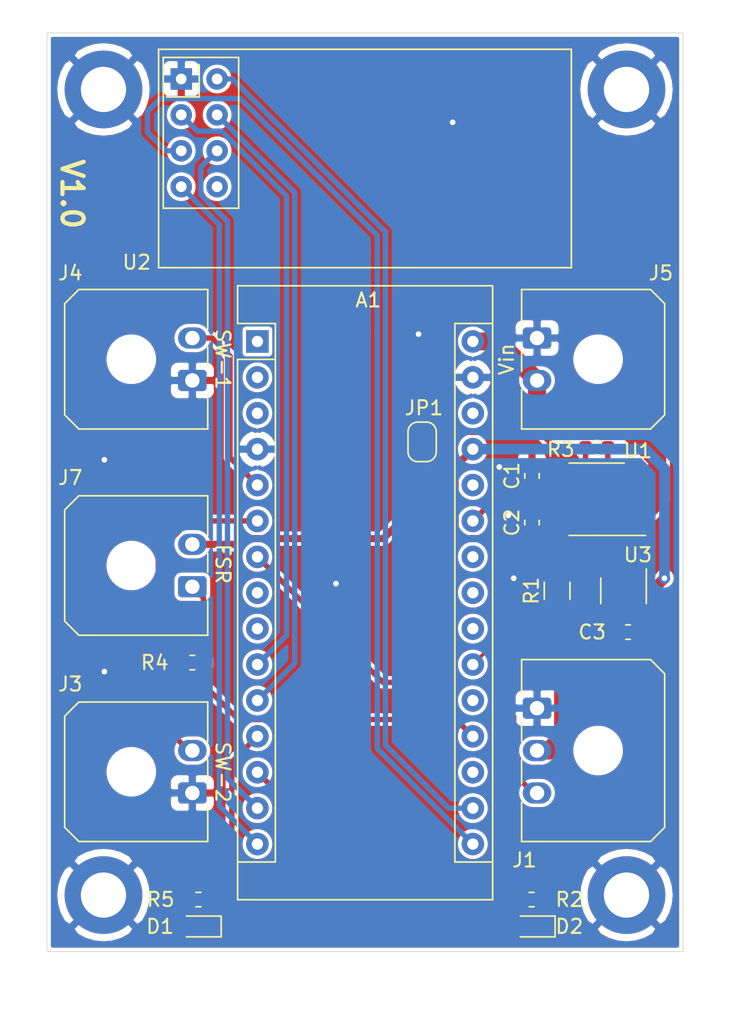
<source format=kicad_pcb>
(kicad_pcb (version 20171130) (host pcbnew "(5.1.5)-3")
  (layers (0 F.Cu signal) (31 B.Cu signal) (34 B.Paste user) (35 F.Paste user) (36 B.SilkS user) (37 F.SilkS user) (38 B.Mask user) (39 F.Mask user) (44 Edge.Cuts user))
  (net 0 "")
  (net 1 +5V)
  (net 2 "Net-(D1-Pad2)")
  (net 3 GND)
  (net 4 "Net-(D2-Pad2)")
  (net 5 D3)
  (net 6 D2)
  (net 7 D9)
  (net 8 A0)
  (net 9 SCK)
  (net 10 MISO)
  (net 11 MOSI)
  (net 12 CSN)
  (net 13 CE)
  (net 14 D4)
  (net 15 +3V3)
  (net 16 VCC)
  (net 17 BW_SEL)
  (net 18 D10)
  (net 19 A2)
  (net 20 Vdrive)
  (net 21 VDD)
  (net 22 A6)
  (module Module:Arduino_Nano (layer F.Cu) (at 124.89 66.83)
    (fp_text reference A1 (at 7.843 -2.931) (layer F.SilkS))
    (fp_text value Arduino_Nano_v3.x)
    (fp_line (start 16.64 -3.94) (end -1.4 -3.94) (layer F.SilkS) (width 0.12))
    (fp_line (start 16.64 39.5) (end 16.64 -3.94) (layer F.SilkS) (width 0.12))
    (fp_line (start -1.4 39.5) (end 16.64 39.5) (layer F.SilkS) (width 0.12))
    (fp_line (start 1.27 36.83) (end -1.4 36.83) (layer F.SilkS) (width 0.12))
    (fp_line (start 1.27 1.27) (end 1.27 36.83) (layer F.SilkS) (width 0.12))
    (fp_line (start 1.27 1.27) (end -1.4 1.27) (layer F.SilkS) (width 0.12))
    (fp_line (start 13.97 36.83) (end 16.64 36.83) (layer F.SilkS) (width 0.12))
    (fp_line (start 13.97 -1.27) (end 13.97 36.83) (layer F.SilkS) (width 0.12))
    (fp_line (start 13.97 -1.27) (end 16.64 -1.27) (layer F.SilkS) (width 0.12))
    (fp_line (start -1.4 -3.94) (end -1.4 -1.27) (layer F.SilkS) (width 0.12))
    (fp_line (start -1.4 1.27) (end -1.4 39.5) (layer F.SilkS) (width 0.12))
    (fp_line (start 1.27 -1.27) (end -1.4 -1.27) (layer F.SilkS) (width 0.12))
    (fp_line (start 1.27 1.27) (end 1.27 -1.27) (layer F.SilkS) (width 0.12))
    (pad 16 thru_hole oval (at 15.24 35.56) (size 1.6 1.6) (drill 0.8) (layers *.Cu *.Mask) (net 9 SCK))
    (pad 15 thru_hole oval (at 0 35.56) (size 1.6 1.6) (drill 0.8) (layers *.Cu *.Mask) (net 10 MISO))
    (pad 30 thru_hole oval (at 15.24 0) (size 1.6 1.6) (drill 0.8) (layers *.Cu *.Mask) (net 16 VCC))
    (pad 14 thru_hole oval (at 0 33.02) (size 1.6 1.6) (drill 0.8) (layers *.Cu *.Mask) (net 11 MOSI))
    (pad 29 thru_hole oval (at 15.24 2.54) (size 1.6 1.6) (drill 0.8) (layers *.Cu *.Mask) (net 3 GND))
    (pad 13 thru_hole oval (at 0 30.48) (size 1.6 1.6) (drill 0.8) (layers *.Cu *.Mask) (net 18 D10))
    (pad 28 thru_hole oval (at 15.24 5.08) (size 1.6 1.6) (drill 0.8) (layers *.Cu *.Mask))
    (pad 12 thru_hole oval (at 0 27.94) (size 1.6 1.6) (drill 0.8) (layers *.Cu *.Mask) (net 7 D9))
    (pad 27 thru_hole oval (at 15.24 7.62) (size 1.6 1.6) (drill 0.8) (layers *.Cu *.Mask) (net 1 +5V))
    (pad 11 thru_hole oval (at 0 25.4) (size 1.6 1.6) (drill 0.8) (layers *.Cu *.Mask) (net 12 CSN))
    (pad 26 thru_hole oval (at 15.24 10.16) (size 1.6 1.6) (drill 0.8) (layers *.Cu *.Mask))
    (pad 10 thru_hole oval (at 0 22.86) (size 1.6 1.6) (drill 0.8) (layers *.Cu *.Mask) (net 13 CE))
    (pad 25 thru_hole oval (at 15.24 12.7) (size 1.6 1.6) (drill 0.8) (layers *.Cu *.Mask) (net 22 A6))
    (pad 9 thru_hole oval (at 0 20.32) (size 1.6 1.6) (drill 0.8) (layers *.Cu *.Mask))
    (pad 24 thru_hole oval (at 15.24 15.24) (size 1.6 1.6) (drill 0.8) (layers *.Cu *.Mask))
    (pad 8 thru_hole oval (at 0 17.78) (size 1.6 1.6) (drill 0.8) (layers *.Cu *.Mask))
    (pad 23 thru_hole oval (at 15.24 17.78) (size 1.6 1.6) (drill 0.8) (layers *.Cu *.Mask))
    (pad 7 thru_hole oval (at 0 15.24) (size 1.6 1.6) (drill 0.8) (layers *.Cu *.Mask) (net 14 D4))
    (pad 22 thru_hole oval (at 15.24 20.32) (size 1.6 1.6) (drill 0.8) (layers *.Cu *.Mask))
    (pad 6 thru_hole oval (at 0 12.7) (size 1.6 1.6) (drill 0.8) (layers *.Cu *.Mask) (net 5 D3))
    (pad 21 thru_hole oval (at 15.24 22.86) (size 1.6 1.6) (drill 0.8) (layers *.Cu *.Mask) (net 19 A2))
    (pad 5 thru_hole oval (at 0 10.16) (size 1.6 1.6) (drill 0.8) (layers *.Cu *.Mask) (net 6 D2))
    (pad 20 thru_hole oval (at 15.24 25.4) (size 1.6 1.6) (drill 0.8) (layers *.Cu *.Mask))
    (pad 4 thru_hole oval (at 0 7.62) (size 1.6 1.6) (drill 0.8) (layers *.Cu *.Mask) (net 3 GND))
    (pad 19 thru_hole oval (at 15.24 27.94) (size 1.6 1.6) (drill 0.8) (layers *.Cu *.Mask) (net 8 A0))
    (pad 3 thru_hole oval (at 0 5.08) (size 1.6 1.6) (drill 0.8) (layers *.Cu *.Mask))
    (pad 18 thru_hole oval (at 15.24 30.48) (size 1.6 1.6) (drill 0.8) (layers *.Cu *.Mask))
    (pad 2 thru_hole oval (at 0 2.54) (size 1.6 1.6) (drill 0.8) (layers *.Cu *.Mask))
    (pad 17 thru_hole oval (at 15.24 33.02) (size 1.6 1.6) (drill 0.8) (layers *.Cu *.Mask) (net 15 +3V3))
    (pad 1 thru_hole rect (at 0 0) (size 1.6 1.6) (drill 0.8) (layers *.Cu *.Mask))
  )
  (module Resistor_SMD:R_0603_1608Metric (layer F.Cu) (at 120.287 89.553)
    (fp_text reference R4 (at -2.667 0) (layer F.SilkS))
    (fp_text value "10 kOhm")
    (fp_line (start -0.162779 0.51) (end 0.162779 0.51) (layer F.SilkS) (width 0.12))
    (fp_line (start -0.162779 -0.51) (end 0.162779 -0.51) (layer F.SilkS) (width 0.12))
    (pad 2 smd roundrect (at 0.7875 0) (size 0.875 0.95) (layers F.Cu F.Paste F.Mask) (net 8 A0))
    (pad 1 smd roundrect (at -0.7875 0) (size 0.875 0.95) (layers F.Cu F.Paste F.Mask) (net 3 GND))
  )
  (module Resistor_SMD:R_0603_1608Metric (layer F.Cu) (at 148.891 74.353)
    (fp_text reference R3 (at -2.54 0.127) (layer F.SilkS))
    (fp_text value "5.1 kOhm")
    (fp_line (start -0.162779 0.51) (end 0.162779 0.51) (layer F.SilkS) (width 0.12))
    (fp_line (start -0.162779 -0.51) (end 0.162779 -0.51) (layer F.SilkS) (width 0.12))
    (pad 2 smd roundrect (at 0.7875 0) (size 0.875 0.95) (layers F.Cu F.Paste F.Mask) (net 1 +5V))
    (pad 1 smd roundrect (at -0.7875 0) (size 0.875 0.95) (layers F.Cu F.Paste F.Mask) (net 17 BW_SEL))
  )
  (module Jumper:SolderJumper-2_P1.3mm_Open_RoundedPad1.0x1.5mm (layer F.Cu) (at 136.543 73.932 270)
    (fp_text reference JP1 (at -2.398 -0.127 180) (layer F.SilkS))
    (fp_text value Jumper_2_Open)
    (fp_line (start -0.7 -1) (end 0.7 -1) (layer F.SilkS) (width 0.12))
    (fp_line (start 1.4 -0.3) (end 1.4 0.3) (layer F.SilkS) (width 0.12))
    (fp_line (start 0.7 1) (end -0.7 1) (layer F.SilkS) (width 0.12))
    (fp_line (start -1.4 0.3) (end -1.4 -0.3) (layer F.SilkS) (width 0.12))
    (fp_arc (start -0.7 -0.3) (end -0.7 -1) (angle -90) (layer F.SilkS) (width 0.12))
    (fp_arc (start -0.7 0.3) (end -1.4 0.3) (angle -90) (layer F.SilkS) (width 0.12))
    (fp_arc (start 0.7 0.3) (end 0.7 1) (angle -90) (layer F.SilkS) (width 0.12))
    (fp_arc (start 0.7 -0.3) (end 1.4 -0.3) (angle -90) (layer F.SilkS) (width 0.12))
    (pad 2 smd custom (at 0.65 0 270) (size 1 0.5) (layers F.Cu F.Mask) (net 3 GND) (options (clearance outline) (anchor rect)) (primitives (gr_circle (center 0 0.25) (end 0.5 0.25) (width 0)) (gr_circle (center 0 -0.25) (end 0.5 -0.25) (width 0)) (gr_poly (pts (xy 0 -0.75) (xy -0.5 -0.75) (xy -0.5 0.75) (xy 0 0.75)) (width 0))))
    (pad 1 smd custom (at -0.65 0 270) (size 1 0.5) (layers F.Cu F.Mask) (net 17 BW_SEL) (options (clearance outline) (anchor rect)) (primitives (gr_circle (center 0 0.25) (end 0.5 0.25) (width 0)) (gr_circle (center 0 -0.25) (end 0.5 -0.25) (width 0)) (gr_poly (pts (xy 0 -0.75) (xy 0.5 -0.75) (xy 0.5 0.75) (xy 0 0.75)) (width 0))))
  )
  (module Capacitor_SMD:C_0603_1608Metric (layer F.Cu) (at 144.314 79.647 90)
    (fp_text reference C2 (at 0 -1.421 270) (layer F.SilkS))
    (fp_text value "0.1 uF")
    (fp_line (start -0.162779 0.51) (end 0.162779 0.51) (layer F.SilkS) (width 0.12))
    (fp_line (start -0.162779 -0.51) (end 0.162779 -0.51) (layer F.SilkS) (width 0.12))
    (pad 2 smd roundrect (at 0.7875 0 90) (size 0.875 0.95) (layers F.Cu F.Paste F.Mask) (net 3 GND))
    (pad 1 smd roundrect (at -0.7875 0 90) (size 0.875 0.95) (layers F.Cu F.Paste F.Mask) (net 1 +5V))
  )
  (module Capacitor_SMD:C_0603_1608Metric (layer F.Cu) (at 144.314 76.345 90)
    (fp_text reference C1 (at 0 -1.421 270) (layer F.SilkS))
    (fp_text value "1 nF")
    (fp_line (start -0.162779 0.51) (end 0.162779 0.51) (layer F.SilkS) (width 0.12))
    (fp_line (start -0.162779 -0.51) (end 0.162779 -0.51) (layer F.SilkS) (width 0.12))
    (pad 2 smd roundrect (at 0.7875 0 90) (size 0.875 0.95) (layers F.Cu F.Paste F.Mask) (net 3 GND))
    (pad 1 smd roundrect (at -0.7875 0 90) (size 0.875 0.95) (layers F.Cu F.Paste F.Mask) (net 22 A6))
  )
  (module RF_Module:nRF24L01_Breakout (layer F.Cu) (at 119.5 48.26)
    (fp_text reference U2 (at -3.15 12.972) (layer F.SilkS))
    (fp_text value NRF24L01_Breakout)
    (fp_line (start -1.27 -1.524) (end 4.064 -1.524) (layer F.SilkS) (width 0.12))
    (fp_line (start 4.064 -1.524) (end 4.064 9.144) (layer F.SilkS) (width 0.12))
    (fp_line (start 4.064 9.144) (end -1.27 9.144) (layer F.SilkS) (width 0.12))
    (fp_line (start -1.27 9.144) (end -1.27 9.144) (layer F.SilkS) (width 0.12))
    (fp_line (start 1.27 -1.016) (end 1.27 1.27) (layer F.SilkS) (width 0.12))
    (fp_line (start 1.27 1.27) (end -1.016 1.27) (layer F.SilkS) (width 0.12))
    (fp_line (start -1.016 1.27) (end -1.016 1.27) (layer F.SilkS) (width 0.12))
    (fp_line (start -1.6 -2.1) (end 27.6 -2.1) (layer F.SilkS) (width 0.12))
    (fp_line (start 27.6 -2.1) (end 27.6 13.35) (layer F.SilkS) (width 0.12))
    (fp_line (start 27.6 13.35) (end -1.6 13.35) (layer F.SilkS) (width 0.12))
    (fp_line (start -1.6 13.35) (end -1.6 -2.1) (layer F.SilkS) (width 0.12))
    (fp_line (start -1.6 -2.1) (end -1.6 -2.1) (layer F.SilkS) (width 0.12))
    (fp_line (start -1.27 9.144) (end -1.27 -1.524) (layer F.SilkS) (width 0.12))
    (fp_line (start -1.27 -1.524) (end -1.27 -1.524) (layer F.SilkS) (width 0.12))
    (pad 1 thru_hole rect (at 0 0) (size 1.524 1.524) (drill 0.762) (layers *.Cu *.Mask) (net 3 GND))
    (pad 2 thru_hole circle (at 2.54 0) (size 1.524 1.524) (drill 0.762) (layers *.Cu *.Mask) (net 15 +3V3))
    (pad 3 thru_hole circle (at 0 2.54) (size 1.524 1.524) (drill 0.762) (layers *.Cu *.Mask) (net 13 CE))
    (pad 4 thru_hole circle (at 2.54 2.54) (size 1.524 1.524) (drill 0.762) (layers *.Cu *.Mask) (net 12 CSN))
    (pad 5 thru_hole circle (at 0 5.08) (size 1.524 1.524) (drill 0.762) (layers *.Cu *.Mask) (net 9 SCK))
    (pad 6 thru_hole circle (at 2.54 5.08) (size 1.524 1.524) (drill 0.762) (layers *.Cu *.Mask) (net 11 MOSI))
    (pad 7 thru_hole circle (at 0 7.62) (size 1.524 1.524) (drill 0.762) (layers *.Cu *.Mask) (net 10 MISO))
    (pad 8 thru_hole circle (at 2.54 7.62) (size 1.524 1.524) (drill 0.762) (layers *.Cu *.Mask))
  )
  (module Capacitor_SMD:C_0603_1608Metric (layer F.Cu) (at 151.111 87.394 180)
    (fp_text reference C3 (at 2.54 0) (layer F.SilkS))
    (fp_text value "0.1 uF")
    (fp_line (start -0.162779 -0.51) (end 0.162779 -0.51) (layer F.SilkS) (width 0.12))
    (fp_line (start -0.162779 0.51) (end 0.162779 0.51) (layer F.SilkS) (width 0.12))
    (pad 1 smd roundrect (at -0.7875 0 180) (size 0.875 0.95) (layers F.Cu F.Paste F.Mask) (net 1 +5V))
    (pad 2 smd roundrect (at 0.7875 0 180) (size 0.875 0.95) (layers F.Cu F.Paste F.Mask) (net 3 GND))
  )
  (module MountingHole:MountingHole_3.2mm_M3_ISO14580_Pad (layer F.Cu) (at 151 49)
    (fp_text reference H1 hide)
    (fp_text value MountingHole_Pad)
    (pad 1 thru_hole circle (at 0 0) (size 5.5 5.5) (drill 3.2) (layers *.Cu *.Mask) (net 3 GND))
  )
  (module MountingHole:MountingHole_3.2mm_M3_ISO14580_Pad (layer F.Cu) (at 114 49)
    (fp_text reference H2 hide)
    (fp_text value MountingHole_Pad)
    (pad 1 thru_hole circle (at 0 0) (size 5.5 5.5) (drill 3.2) (layers *.Cu *.Mask) (net 3 GND))
  )
  (module Package_SO:SOIC-8_3.9x4.9mm_P1.27mm (layer F.Cu) (at 148.891 77.996 180)
    (fp_text reference U1 (at -2.916 3.429) (layer F.SilkS))
    (fp_text value ACS723xLCTR-05AB)
    (fp_line (start 0 2.56) (end 1.95 2.56) (layer F.SilkS) (width 0.12))
    (fp_line (start 0 2.56) (end -1.95 2.56) (layer F.SilkS) (width 0.12))
    (fp_line (start 0 -2.56) (end 1.95 -2.56) (layer F.SilkS) (width 0.12))
    (fp_line (start 0 -2.56) (end -3.45 -2.56) (layer F.SilkS) (width 0.12))
    (pad 1 smd roundrect (at -2.475 -1.905 180) (size 1.95 0.6) (layers F.Cu F.Paste F.Mask) (net 16 VCC))
    (pad 2 smd roundrect (at -2.475 -0.635 180) (size 1.95 0.6) (layers F.Cu F.Paste F.Mask) (net 16 VCC))
    (pad 3 smd roundrect (at -2.475 0.635 180) (size 1.95 0.6) (layers F.Cu F.Paste F.Mask) (net 21 VDD))
    (pad 4 smd roundrect (at -2.475 1.905 180) (size 1.95 0.6) (layers F.Cu F.Paste F.Mask) (net 21 VDD))
    (pad 5 smd roundrect (at 2.475 1.905 180) (size 1.95 0.6) (layers F.Cu F.Paste F.Mask) (net 3 GND))
    (pad 6 smd roundrect (at 2.475 0.635 180) (size 1.95 0.6) (layers F.Cu F.Paste F.Mask) (net 17 BW_SEL))
    (pad 7 smd roundrect (at 2.475 -0.635 180) (size 1.95 0.6) (layers F.Cu F.Paste F.Mask) (net 22 A6))
    (pad 8 smd roundrect (at 2.475 -1.905 180) (size 1.95 0.6) (layers F.Cu F.Paste F.Mask) (net 1 +5V))
  )
  (module Package_TO_SOT_SMD:SOT-23-6 (layer F.Cu) (at 150.791 84.473 270)
    (fp_text reference U3 (at -2.54 -1.016 180) (layer F.SilkS))
    (fp_text value INA181A3)
    (fp_line (start -0.9 1.61) (end 0.9 1.61) (layer F.SilkS) (width 0.12))
    (fp_line (start 0.9 -1.61) (end -1.55 -1.61) (layer F.SilkS) (width 0.12))
    (pad 1 smd rect (at -1.1 -0.95 270) (size 1.06 0.65) (layers F.Cu F.Paste F.Mask) (net 19 A2))
    (pad 2 smd rect (at -1.1 0 270) (size 1.06 0.65) (layers F.Cu F.Paste F.Mask) (net 3 GND))
    (pad 3 smd rect (at -1.1 0.95 270) (size 1.06 0.65) (layers F.Cu F.Paste F.Mask) (net 21 VDD))
    (pad 4 smd rect (at 1.1 0.95 270) (size 1.06 0.65) (layers F.Cu F.Paste F.Mask) (net 20 Vdrive))
    (pad 6 smd rect (at 1.1 -0.95 270) (size 1.06 0.65) (layers F.Cu F.Paste F.Mask) (net 1 +5V))
    (pad 5 smd rect (at 1.1 0 270) (size 1.06 0.65) (layers F.Cu F.Paste F.Mask) (net 3 GND))
  )
  (module MountingHole:MountingHole_3.2mm_M3_ISO14580_Pad (layer F.Cu) (at 114 106)
    (fp_text reference H3 hide)
    (fp_text value MountingHole_Pad)
    (pad 1 thru_hole circle (at 0 0) (size 5.5 5.5) (drill 3.2) (layers *.Cu *.Mask) (net 3 GND))
  )
  (module MountingHole:MountingHole_3.2mm_M3_ISO14580_Pad (layer F.Cu) (at 151 106)
    (fp_text reference H4 hide)
    (fp_text value MountingHole_Pad)
    (pad 1 thru_hole circle (at 0 0) (size 5.5 5.5) (drill 3.2) (layers *.Cu *.Mask) (net 3 GND))
  )
  (module LED_SMD:LED_0603_1608Metric_Pad1.05x0.95mm_HandSolder (layer F.Cu) (at 120.668 108.22 180)
    (fp_text reference D1 (at 2.667 0) (layer F.SilkS))
    (fp_text value R-LED)
    (fp_line (start 0.8 -0.735) (end -1.66 -0.735) (layer F.SilkS) (width 0.12))
    (fp_line (start -1.66 -0.735) (end -1.66 0.735) (layer F.SilkS) (width 0.12))
    (fp_line (start -1.66 0.735) (end 0.8 0.735) (layer F.SilkS) (width 0.12))
    (pad 1 smd roundrect (at -0.875 0 180) (size 1.05 0.95) (layers F.Cu F.Paste F.Mask) (net 3 GND))
    (pad 2 smd roundrect (at 0.875 0 180) (size 1.05 0.95) (layers F.Cu F.Paste F.Mask) (net 2 "Net-(D1-Pad2)"))
  )
  (module LED_SMD:LED_0603_1608Metric_Pad1.05x0.95mm_HandSolder (layer F.Cu) (at 144.29 108.22 180)
    (fp_text reference D2 (at -2.667 0) (layer F.SilkS))
    (fp_text value G-LED)
    (fp_line (start -1.66 0.735) (end 0.8 0.735) (layer F.SilkS) (width 0.12))
    (fp_line (start -1.66 -0.735) (end -1.66 0.735) (layer F.SilkS) (width 0.12))
    (fp_line (start 0.8 -0.735) (end -1.66 -0.735) (layer F.SilkS) (width 0.12))
    (pad 2 smd roundrect (at 0.875 0 180) (size 1.05 0.95) (layers F.Cu F.Paste F.Mask) (net 4 "Net-(D2-Pad2)"))
    (pad 1 smd roundrect (at -0.875 0 180) (size 1.05 0.95) (layers F.Cu F.Paste F.Mask) (net 3 GND))
  )
  (module Resistor_SMD:R_0603_1608Metric_Pad1.05x0.95mm_HandSolder (layer F.Cu) (at 144.29 106.317 180)
    (fp_text reference R2 (at -2.667 0) (layer F.SilkS))
    (fp_text value "220 ohm")
    (fp_line (start -0.171267 -0.51) (end 0.171267 -0.51) (layer F.SilkS) (width 0.12))
    (fp_line (start -0.171267 0.51) (end 0.171267 0.51) (layer F.SilkS) (width 0.12))
    (pad 1 smd roundrect (at -0.875 0 180) (size 1.05 0.95) (layers F.Cu F.Paste F.Mask) (net 18 D10))
    (pad 2 smd roundrect (at 0.875 0 180) (size 1.05 0.95) (layers F.Cu F.Paste F.Mask) (net 4 "Net-(D2-Pad2)"))
  )
  (module Resistor_SMD:R_0603_1608Metric_Pad1.05x0.95mm_HandSolder (layer F.Cu) (at 120.713 106.317 180)
    (fp_text reference R5 (at 2.667 0) (layer F.SilkS))
    (fp_text value "220 ohm")
    (fp_line (start -0.171267 0.51) (end 0.171267 0.51) (layer F.SilkS) (width 0.12))
    (fp_line (start -0.171267 -0.51) (end 0.171267 -0.51) (layer F.SilkS) (width 0.12))
    (pad 2 smd roundrect (at 0.875 0 180) (size 1.05 0.95) (layers F.Cu F.Paste F.Mask) (net 2 "Net-(D1-Pad2)"))
    (pad 1 smd roundrect (at -0.875 0 180) (size 1.05 0.95) (layers F.Cu F.Paste F.Mask) (net 7 D9))
  )
  (module Connector_Molex:Molex_Micro-Fit_3.0_43650-0200_1x02_P3.00mm_Horizontal (layer F.Cu) (at 120.287 98.776 90)
    (fp_text reference J3 (at 7.699 -8.636 180) (layer F.SilkS))
    (fp_text value LS1)
    (fp_line (start -3.435 1.09) (end -3.435 -8.03) (layer F.SilkS) (width 0.12))
    (fp_line (start -3.435 -8.03) (end -2.435 -9.03) (layer F.SilkS) (width 0.12))
    (fp_line (start -2.435 -9.03) (end 5.435 -9.03) (layer F.SilkS) (width 0.12))
    (fp_line (start 5.435 -9.03) (end 6.435 -8.03) (layer F.SilkS) (width 0.12))
    (fp_line (start 6.435 -8.03) (end 6.435 1.09) (layer F.SilkS) (width 0.12))
    (fp_line (start -3.435 1.09) (end -1.01 1.09) (layer F.SilkS) (width 0.12))
    (fp_line (start 6.435 1.09) (end 3.651767 1.09) (layer F.SilkS) (width 0.12))
    (fp_line (start 1.01 1.09) (end 2.348233 1.09) (layer F.SilkS) (width 0.12))
    (pad "" np_thru_hole circle (at 1.5 -4.32 90) (size 3 3) (drill 3) (layers *.Cu *.Mask))
    (pad 1 thru_hole roundrect (at 0 0 90) (size 1.5 2.02) (drill 1.02) (layers *.Cu *.Mask) (roundrect_rratio 0.166667) (net 3 GND))
    (pad 2 thru_hole oval (at 3 0 90) (size 1.5 2.02) (drill 1.02) (layers *.Cu *.Mask) (net 5 D3))
  )
  (module Connector_Molex:Molex_Micro-Fit_3.0_43650-0300_1x03_P3.00mm_Horizontal (layer F.Cu) (at 144.671 92.776 270)
    (fp_text reference J1 (at 10.747 0.887 180) (layer F.SilkS))
    (fp_text value Servo1)
    (fp_line (start -3.435 1.09) (end -3.435 -8.03) (layer F.SilkS) (width 0.12))
    (fp_line (start -3.435 -8.03) (end -2.435 -9.03) (layer F.SilkS) (width 0.12))
    (fp_line (start -2.435 -9.03) (end 8.435 -9.03) (layer F.SilkS) (width 0.12))
    (fp_line (start 8.435 -9.03) (end 9.435 -8.03) (layer F.SilkS) (width 0.12))
    (fp_line (start 9.435 -8.03) (end 9.435 1.09) (layer F.SilkS) (width 0.12))
    (fp_line (start -3.435 1.09) (end -1.01 1.09) (layer F.SilkS) (width 0.12))
    (fp_line (start 9.435 1.09) (end 6.651767 1.09) (layer F.SilkS) (width 0.12))
    (fp_line (start 1.01 1.09) (end 2.348233 1.09) (layer F.SilkS) (width 0.12))
    (fp_line (start 3.651767 1.09) (end 5.348233 1.09) (layer F.SilkS) (width 0.12))
    (pad "" np_thru_hole circle (at 3 -4.32 270) (size 3 3) (drill 3) (layers *.Cu *.Mask))
    (pad 1 thru_hole roundrect (at 0 0 270) (size 1.5 2.02) (drill 1.02) (layers *.Cu *.Mask) (roundrect_rratio 0.166667) (net 3 GND))
    (pad 2 thru_hole oval (at 3 0 270) (size 1.5 2.02) (drill 1.02) (layers *.Cu *.Mask) (net 20 Vdrive))
    (pad 3 thru_hole oval (at 6 0 270) (size 1.5 2.02) (drill 1.02) (layers *.Cu *.Mask) (net 14 D4))
  )
  (module Connector_Molex:Molex_Micro-Fit_3.0_43650-0200_1x02_P3.00mm_Horizontal (layer F.Cu) (at 120.287 69.59 90)
    (fp_text reference J4 (at 7.596 -8.636 180) (layer F.SilkS))
    (fp_text value LS2)
    (fp_line (start -3.435 1.09) (end -3.435 -8.03) (layer F.SilkS) (width 0.12))
    (fp_line (start -3.435 -8.03) (end -2.435 -9.03) (layer F.SilkS) (width 0.12))
    (fp_line (start -2.435 -9.03) (end 5.435 -9.03) (layer F.SilkS) (width 0.12))
    (fp_line (start 5.435 -9.03) (end 6.435 -8.03) (layer F.SilkS) (width 0.12))
    (fp_line (start 6.435 -8.03) (end 6.435 1.09) (layer F.SilkS) (width 0.12))
    (fp_line (start -3.435 1.09) (end -1.01 1.09) (layer F.SilkS) (width 0.12))
    (fp_line (start 6.435 1.09) (end 3.651767 1.09) (layer F.SilkS) (width 0.12))
    (fp_line (start 1.01 1.09) (end 2.348233 1.09) (layer F.SilkS) (width 0.12))
    (pad "" np_thru_hole circle (at 1.5 -4.32 90) (size 3 3) (drill 3) (layers *.Cu *.Mask))
    (pad 1 thru_hole roundrect (at 0 0 90) (size 1.5 2.02) (drill 1.02) (layers *.Cu *.Mask) (roundrect_rratio 0.166667) (net 3 GND))
    (pad 2 thru_hole oval (at 3 0 90) (size 1.5 2.02) (drill 1.02) (layers *.Cu *.Mask) (net 6 D2))
  )
  (module Connector_Molex:Molex_Micro-Fit_3.0_43650-0200_1x02_P3.00mm_Horizontal (layer F.Cu) (at 144.671 66.59 270)
    (fp_text reference J5 (at -4.596 -8.763) (layer F.SilkS))
    (fp_text value VCC/GND-IN)
    (fp_line (start -3.435 1.09) (end -3.435 -8.03) (layer F.SilkS) (width 0.12))
    (fp_line (start -3.435 -8.03) (end -2.435 -9.03) (layer F.SilkS) (width 0.12))
    (fp_line (start -2.435 -9.03) (end 5.435 -9.03) (layer F.SilkS) (width 0.12))
    (fp_line (start 5.435 -9.03) (end 6.435 -8.03) (layer F.SilkS) (width 0.12))
    (fp_line (start 6.435 -8.03) (end 6.435 1.09) (layer F.SilkS) (width 0.12))
    (fp_line (start -3.435 1.09) (end -1.01 1.09) (layer F.SilkS) (width 0.12))
    (fp_line (start 6.435 1.09) (end 3.651767 1.09) (layer F.SilkS) (width 0.12))
    (fp_line (start 1.01 1.09) (end 2.348233 1.09) (layer F.SilkS) (width 0.12))
    (pad "" np_thru_hole circle (at 1.5 -4.32 270) (size 3 3) (drill 3) (layers *.Cu *.Mask))
    (pad 1 thru_hole roundrect (at 0 0 270) (size 1.5 2.02) (drill 1.02) (layers *.Cu *.Mask) (roundrect_rratio 0.166667) (net 3 GND))
    (pad 2 thru_hole oval (at 3 0 270) (size 1.5 2.02) (drill 1.02) (layers *.Cu *.Mask) (net 16 VCC))
  )
  (module Connector_Molex:Molex_Micro-Fit_3.0_43650-0200_1x02_P3.00mm_Horizontal (layer F.Cu) (at 120.287 84.183 90)
    (fp_text reference J7 (at 7.711 -8.636 180) (layer F.SilkS))
    (fp_text value FSR1)
    (fp_line (start 1.01 1.09) (end 2.348233 1.09) (layer F.SilkS) (width 0.12))
    (fp_line (start 6.435 1.09) (end 3.651767 1.09) (layer F.SilkS) (width 0.12))
    (fp_line (start -3.435 1.09) (end -1.01 1.09) (layer F.SilkS) (width 0.12))
    (fp_line (start 6.435 -8.03) (end 6.435 1.09) (layer F.SilkS) (width 0.12))
    (fp_line (start 5.435 -9.03) (end 6.435 -8.03) (layer F.SilkS) (width 0.12))
    (fp_line (start -2.435 -9.03) (end 5.435 -9.03) (layer F.SilkS) (width 0.12))
    (fp_line (start -3.435 -8.03) (end -2.435 -9.03) (layer F.SilkS) (width 0.12))
    (fp_line (start -3.435 1.09) (end -3.435 -8.03) (layer F.SilkS) (width 0.12))
    (pad 2 thru_hole oval (at 3 0 90) (size 1.5 2.02) (drill 1.02) (layers *.Cu *.Mask) (net 1 +5V))
    (pad 1 thru_hole roundrect (at 0 0 90) (size 1.5 2.02) (drill 1.02) (layers *.Cu *.Mask) (roundrect_rratio 0.166667) (net 8 A0))
    (pad "" np_thru_hole circle (at 1.5 -4.32 90) (size 3 3) (drill 3) (layers *.Cu *.Mask))
  )
  (module Resistor_SMD:R_1206_3216Metric_Pad1.42x1.75mm_HandSolder (layer F.Cu) (at 146.092 84.473 90)
    (fp_text reference R1 (at 0 -1.82 90) (layer F.SilkS))
    (fp_text value "16 mOhm")
    (fp_line (start -0.602064 -0.91) (end 0.602064 -0.91) (layer F.SilkS) (width 0.12))
    (fp_line (start -0.602064 0.91) (end 0.602064 0.91) (layer F.SilkS) (width 0.12))
    (pad 1 smd roundrect (at -1.4875 0 90) (size 1.425 1.75) (layers F.Cu F.Paste F.Mask) (roundrect_rratio 0.175439) (net 20 Vdrive))
    (pad 2 smd roundrect (at 1.4875 0 90) (size 1.425 1.75) (layers F.Cu F.Paste F.Mask) (roundrect_rratio 0.175439) (net 21 VDD))
  )
  (gr_text SW-2 (at 122.446 97.3 270) (layer F.SilkS) (effects (font (size 1 1))))
  (gr_text SW-1 (at 122.446 68.09 270) (layer F.SilkS) (effects (font (size 1 1))))
  (gr_text FSR (at 122.446 82.568 270) (layer F.SilkS) (effects (font (size 1 1))))
  (gr_text Vin (at 142.512 68.09 90) (layer F.SilkS) (effects (font (size 1 1))))
  (gr_text V1.0 (at 111.778 56.406 270) (layer F.SilkS) (effects (font (size 1.5 1.5) (thickness 0.3))))
  (gr_line (start 155 45) (end 110 45) (layer Edge.Cuts) (width 0.05))
  (gr_line (start 155 110) (end 155 45) (layer Edge.Cuts) (width 0.05))
  (gr_line (start 110 110) (end 155 110) (layer Edge.Cuts) (width 0.05))
  (gr_line (start 110 45) (end 110 110) (layer Edge.Cuts) (width 0.05))
  (segment (start 133.795999 80.784001) (end 139.330001 75.249999) (width 0.508) (layer F.Cu) (net 1))
  (segment (start 124.320077 80.784001) (end 133.795999 80.784001) (width 0.508) (layer F.Cu) (net 1))
  (segment (start 123.921078 81.183) (end 124.320077 80.784001) (width 0.508) (layer F.Cu) (net 1))
  (segment (start 120.287 81.183) (end 123.921078 81.183) (width 0.508) (layer F.Cu) (net 1))
  (segment (start 145.8825 80.4345) (end 146.416 79.901) (width 0.381) (layer F.Cu) (net 1))
  (segment (start 144.314 80.4345) (end 145.8825 80.4345) (width 0.381) (layer F.Cu) (net 1))
  (segment (start 151.741 87.2365) (end 151.8985 87.394) (width 0.381) (layer F.Cu) (net 1))
  (segment (start 151.741 85.573) (end 151.741 87.2365) (width 0.381) (layer F.Cu) (net 1))
  (segment (start 148.34449 77.329182) (end 148.34449 79.04751) (width 0.381) (layer F.Cu) (net 1))
  (segment (start 147.491 79.901) (end 146.416 79.901) (width 0.381) (layer F.Cu) (net 1))
  (segment (start 149.6785 75.995172) (end 148.34449 77.329182) (width 0.381) (layer F.Cu) (net 1))
  (segment (start 148.34449 79.04751) (end 147.491 79.901) (width 0.381) (layer F.Cu) (net 1))
  (segment (start 149.6785 74.353) (end 149.6785 75.995172) (width 0.381) (layer F.Cu) (net 1))
  (segment (start 139.330001 75.249999) (end 140.13 74.45) (width 0.508) (layer F.Cu) (net 1))
  (segment (start 139.528079 80.784001) (end 138.875999 80.131921) (width 0.508) (layer F.Cu) (net 1))
  (segment (start 138.875999 75.704001) (end 139.330001 75.249999) (width 0.508) (layer F.Cu) (net 1))
  (segment (start 138.875999 80.131921) (end 138.875999 75.704001) (width 0.508) (layer F.Cu) (net 1))
  (segment (start 143.389499 80.784001) (end 139.528079 80.784001) (width 0.508) (layer F.Cu) (net 1))
  (segment (start 143.739 80.4345) (end 143.389499 80.784001) (width 0.508) (layer F.Cu) (net 1))
  (segment (start 144.314 80.4345) (end 143.739 80.4345) (width 0.508) (layer F.Cu) (net 1))
  (segment (start 140.13 74.45) (end 152.301 74.45) (width 0.762) (layer B.Cu) (net 1))
  (segment (start 152.301 74.45) (end 153.688 75.837) (width 0.762) (layer B.Cu) (net 1))
  (segment (start 153.688 75.837) (end 153.688 83.584) (width 0.762) (layer B.Cu) (net 1))
  (via (at 153.688 83.584) (size 0.8) (drill 0.4) (layers F.Cu B.Cu) (net 1))
  (segment (start 151.741 85.531) (end 153.688 83.584) (width 0.762) (layer F.Cu) (net 1))
  (segment (start 151.741 85.573) (end 151.741 85.531) (width 0.762) (layer F.Cu) (net 1))
  (segment (start 119.793 106.362) (end 119.838 106.317) (width 0.381) (layer F.Cu) (net 2))
  (segment (start 119.793 108.22) (end 119.793 106.362) (width 0.381) (layer F.Cu) (net 2))
  (via (at 143.02 83.584) (size 0.8) (drill 0.4) (layers F.Cu B.Cu) (net 3))
  (via (at 130.447 83.965) (size 0.8) (drill 0.4) (layers F.Cu B.Cu) (net 3))
  (via (at 142.004 75.71) (size 0.8) (drill 0.4) (layers F.Cu B.Cu) (net 3))
  (via (at 142.639 79.139) (size 0.8) (drill 0.4) (layers F.Cu B.Cu) (net 3))
  (via (at 136.289 66.312) (size 0.8) (drill 0.4) (layers F.Cu B.Cu) (net 3))
  (segment (start 150.77899 86.36351) (end 150.77899 85.971477) (width 0.762) (layer F.Cu) (net 3))
  (segment (start 150.77899 85.971477) (end 150.77899 85.573) (width 0.762) (layer F.Cu) (net 3))
  (segment (start 150.3235 86.819) (end 150.77899 86.36351) (width 0.762) (layer F.Cu) (net 3))
  (segment (start 150.3235 87.394) (end 150.3235 86.819) (width 0.762) (layer F.Cu) (net 3))
  (via (at 114.064 75.202) (size 0.8) (drill 0.4) (layers F.Cu B.Cu) (net 3))
  (via (at 114.064 90.188) (size 0.8) (drill 0.4) (layers F.Cu B.Cu) (net 3))
  (via (at 138.702 51.326) (size 0.8) (drill 0.4) (layers F.Cu B.Cu) (net 3))
  (segment (start 143.415 108.22) (end 143.415 106.317) (width 0.381) (layer F.Cu) (net 4))
  (segment (start 120.027 95.776) (end 117.874 93.623) (width 0.381) (layer F.Cu) (net 5))
  (segment (start 120.287 95.776) (end 120.027 95.776) (width 0.381) (layer F.Cu) (net 5))
  (segment (start 117.874 81.723076) (end 120.067076 79.53) (width 0.381) (layer F.Cu) (net 5))
  (segment (start 117.874 93.623) (end 117.874 81.723076) (width 0.381) (layer F.Cu) (net 5))
  (segment (start 120.067076 79.53) (end 120.15 79.53) (width 0.381) (layer F.Cu) (net 5))
  (segment (start 124.89 79.53) (end 120.15 79.53) (width 0.381) (layer F.Cu) (net 5))
  (segment (start 121.678 66.59) (end 122.954 67.866) (width 0.381) (layer F.Cu) (net 6))
  (segment (start 120.287 66.59) (end 121.678 66.59) (width 0.381) (layer F.Cu) (net 6))
  (segment (start 122.954 75.054) (end 124.89 76.99) (width 0.381) (layer F.Cu) (net 6))
  (segment (start 122.954 67.866) (end 122.954 75.054) (width 0.381) (layer F.Cu) (net 6))
  (segment (start 122.113 106.317) (end 123.081 105.349) (width 0.381) (layer F.Cu) (net 7))
  (segment (start 121.588 106.317) (end 122.113 106.317) (width 0.381) (layer F.Cu) (net 7))
  (segment (start 123.081 96.579) (end 124.89 94.77) (width 0.381) (layer F.Cu) (net 7))
  (segment (start 123.081 105.349) (end 123.081 96.579) (width 0.381) (layer F.Cu) (net 7))
  (segment (start 121.0745 84.9705) (end 120.287 84.183) (width 0.381) (layer F.Cu) (net 8))
  (segment (start 121.0745 89.553) (end 121.0745 84.9705) (width 0.381) (layer F.Cu) (net 8))
  (segment (start 138.939499 93.579499) (end 123.551499 93.579499) (width 0.381) (layer F.Cu) (net 8))
  (segment (start 140.13 94.77) (end 138.939499 93.579499) (width 0.381) (layer F.Cu) (net 8))
  (segment (start 121.0745 91.1025) (end 123.551499 93.579499) (width 0.381) (layer F.Cu) (net 8))
  (segment (start 121.0745 89.553) (end 121.0745 91.1025) (width 0.381) (layer F.Cu) (net 8))
  (segment (start 140.13 102.39) (end 133.368 95.628) (width 0.381) (layer B.Cu) (net 9))
  (segment (start 133.368 60.422298) (end 133.368 66.312) (width 0.381) (layer B.Cu) (net 9))
  (segment (start 118.946799 49.647499) (end 122.593201 49.647499) (width 0.381) (layer B.Cu) (net 9))
  (segment (start 133.368 66.312) (end 133.368 66.058) (width 0.381) (layer B.Cu) (net 9))
  (segment (start 133.368 95.628) (end 133.368 66.312) (width 0.381) (layer B.Cu) (net 9))
  (segment (start 118.42237 53.34) (end 117.112 52.02963) (width 0.381) (layer B.Cu) (net 9))
  (segment (start 119.5 53.34) (end 118.42237 53.34) (width 0.381) (layer B.Cu) (net 9))
  (segment (start 117.112 52.02963) (end 117.112 50.564) (width 0.381) (layer B.Cu) (net 9))
  (segment (start 118.028501 49.647499) (end 122.593201 49.647499) (width 0.381) (layer B.Cu) (net 9))
  (segment (start 117.112 50.564) (end 118.028501 49.647499) (width 0.381) (layer B.Cu) (net 9))
  (segment (start 122.593201 49.647499) (end 123.683457 49.647499) (width 0.381) (layer B.Cu) (net 9))
  (segment (start 133.368 59.332042) (end 133.368 60.422298) (width 0.381) (layer B.Cu) (net 9))
  (segment (start 123.683457 49.647499) (end 133.368 59.332042) (width 0.381) (layer B.Cu) (net 9))
  (segment (start 119.5 55.88) (end 122.192 58.572) (width 0.381) (layer B.Cu) (net 10))
  (segment (start 122.192 99.692) (end 124.89 102.39) (width 0.381) (layer B.Cu) (net 10))
  (segment (start 122.192 58.572) (end 122.192 99.692) (width 0.381) (layer B.Cu) (net 10))
  (segment (start 123.699499 98.659499) (end 124.090001 99.050001) (width 0.381) (layer B.Cu) (net 11))
  (segment (start 124.090001 99.050001) (end 124.89 99.85) (width 0.381) (layer B.Cu) (net 11))
  (segment (start 122.77301 97.73301) (end 124.89 99.85) (width 0.381) (layer B.Cu) (net 11))
  (segment (start 122.77301 58.331338) (end 122.77301 97.73301) (width 0.381) (layer B.Cu) (net 11))
  (segment (start 120.887499 54.492501) (end 120.887499 56.445827) (width 0.381) (layer B.Cu) (net 11))
  (segment (start 120.887499 56.445827) (end 122.77301 58.331338) (width 0.381) (layer B.Cu) (net 11))
  (segment (start 122.04 53.34) (end 120.887499 54.492501) (width 0.381) (layer B.Cu) (net 11))
  (segment (start 127.526 89.594) (end 124.89 92.23) (width 0.381) (layer B.Cu) (net 12))
  (segment (start 127.526 56.286) (end 127.526 89.594) (width 0.381) (layer B.Cu) (net 12))
  (segment (start 122.04 50.8) (end 127.526 56.286) (width 0.381) (layer B.Cu) (net 12))
  (segment (start 126.94499 87.63501) (end 124.89 89.69) (width 0.381) (layer B.Cu) (net 13))
  (segment (start 126.94499 56.539288) (end 126.94499 87.63501) (width 0.381) (layer B.Cu) (net 13))
  (segment (start 122.358203 51.952501) (end 126.94499 56.539288) (width 0.381) (layer B.Cu) (net 13))
  (segment (start 120.652501 51.952501) (end 122.358203 51.952501) (width 0.381) (layer B.Cu) (net 13))
  (segment (start 119.5 50.8) (end 120.652501 51.952501) (width 0.381) (layer B.Cu) (net 13))
  (segment (start 144.671 98.776) (end 144.411 98.776) (width 0.381) (layer F.Cu) (net 14))
  (segment (start 133.77 90.95) (end 124.89 82.07) (width 0.381) (layer F.Cu) (net 14))
  (segment (start 140.611942 90.95) (end 133.77 90.95) (width 0.381) (layer F.Cu) (net 14))
  (segment (start 144.411 98.776) (end 143.02 97.385) (width 0.381) (layer F.Cu) (net 14))
  (segment (start 143.02 93.358058) (end 140.611942 90.95) (width 0.381) (layer F.Cu) (net 14))
  (segment (start 143.02 97.385) (end 143.02 93.358058) (width 0.381) (layer F.Cu) (net 14))
  (segment (start 123.11763 48.26) (end 122.04 48.26) (width 0.381) (layer B.Cu) (net 15))
  (segment (start 133.94901 59.09138) (end 133.94901 60.181636) (width 0.381) (layer B.Cu) (net 15))
  (segment (start 123.11763 48.26) (end 133.94901 59.09138) (width 0.381) (layer B.Cu) (net 15))
  (segment (start 140.13 99.85) (end 138.411672 99.85) (width 0.381) (layer B.Cu) (net 15))
  (segment (start 138.411672 99.85) (end 133.94901 95.387338) (width 0.381) (layer B.Cu) (net 15))
  (segment (start 133.94901 95.387338) (end 133.94901 59.09138) (width 0.381) (layer B.Cu) (net 15))
  (segment (start 141.911 66.83) (end 144.671 69.59) (width 1.27) (layer F.Cu) (net 16))
  (segment (start 140.13 66.83) (end 141.911 66.83) (width 1.27) (layer F.Cu) (net 16))
  (segment (start 151.366 79.901) (end 151.366 78.83101) (width 1.27) (layer F.Cu) (net 16))
  (segment (start 153.17601 78.09099) (end 153.17601 75.20599) (width 1.27) (layer F.Cu) (net 16))
  (segment (start 151.366 79.901) (end 153.17601 78.09099) (width 1.27) (layer F.Cu) (net 16))
  (segment (start 145.72699 72.66599) (end 150.63601 72.66599) (width 1.27) (layer F.Cu) (net 16))
  (segment (start 144.671 71.61) (end 145.72699 72.66599) (width 1.27) (layer F.Cu) (net 16))
  (segment (start 144.671 69.59) (end 144.671 71.61) (width 1.27) (layer F.Cu) (net 16))
  (segment (start 153.17601 75.20599) (end 150.63601 72.66599) (width 1.27) (layer F.Cu) (net 16))
  (segment (start 148.1035 76.7485) (end 147.491 77.361) (width 0.381) (layer F.Cu) (net 17))
  (segment (start 147.491 77.361) (end 146.416 77.361) (width 0.381) (layer F.Cu) (net 17))
  (segment (start 148.1035 74.353) (end 148.1035 76.7485) (width 0.381) (layer F.Cu) (net 17))
  (segment (start 145.96371 74.353) (end 147.566 74.353) (width 0.381) (layer F.Cu) (net 17))
  (segment (start 144.870209 73.259499) (end 145.96371 74.353) (width 0.381) (layer F.Cu) (net 17))
  (segment (start 137.413093 73.259499) (end 144.870209 73.259499) (width 0.381) (layer F.Cu) (net 17))
  (segment (start 137.390592 73.282) (end 137.413093 73.259499) (width 0.381) (layer F.Cu) (net 17))
  (segment (start 147.566 74.353) (end 148.1035 74.353) (width 0.381) (layer F.Cu) (net 17))
  (segment (start 136.543 73.282) (end 137.390592 73.282) (width 0.381) (layer F.Cu) (net 17))
  (segment (start 144.828142 106.317) (end 143.304142 104.793) (width 0.381) (layer F.Cu) (net 18))
  (segment (start 145.165 106.317) (end 144.828142 106.317) (width 0.381) (layer F.Cu) (net 18))
  (segment (start 143.304142 104.793) (end 128.669 104.793) (width 0.381) (layer F.Cu) (net 18))
  (segment (start 128.669 104.793) (end 126.764 102.888) (width 0.381) (layer F.Cu) (net 18))
  (segment (start 126.764 99.184) (end 124.89 97.31) (width 0.381) (layer F.Cu) (net 18))
  (segment (start 126.764 102.888) (end 126.764 99.184) (width 0.381) (layer F.Cu) (net 18))
  (segment (start 151.741 84.157) (end 151.741 83.373) (width 0.254) (layer F.Cu) (net 19))
  (segment (start 151.425 84.473) (end 151.741 84.157) (width 0.254) (layer F.Cu) (net 19))
  (segment (start 145.347 84.473) (end 151.425 84.473) (width 0.254) (layer F.Cu) (net 19))
  (segment (start 140.13 89.69) (end 145.347 84.473) (width 0.254) (layer F.Cu) (net 19))
  (segment (start 146.51601 87.19701) (end 146.092 86.773) (width 1.27) (layer F.Cu) (net 20))
  (segment (start 146.51601 94.795188) (end 146.51601 87.19701) (width 1.27) (layer F.Cu) (net 20))
  (segment (start 145.535198 95.776) (end 146.51601 94.795188) (width 1.27) (layer F.Cu) (net 20))
  (segment (start 146.092 86.773) (end 146.092 85.9605) (width 1.27) (layer F.Cu) (net 20))
  (segment (start 144.671 95.776) (end 145.535198 95.776) (width 1.27) (layer F.Cu) (net 20))
  (segment (start 149.841 85.573) (end 149.841 85.325) (width 0.381) (layer F.Cu) (net 20))
  (segment (start 146.092 85.148) (end 146.31299 84.92701) (width 0.254) (layer F.Cu) (net 20))
  (segment (start 146.092 85.9605) (end 146.092 85.148) (width 0.254) (layer F.Cu) (net 20))
  (segment (start 149.57001 84.92701) (end 146.31299 84.92701) (width 0.254) (layer F.Cu) (net 20))
  (segment (start 149.841 85.198) (end 149.57001 84.92701) (width 0.254) (layer F.Cu) (net 20))
  (segment (start 149.841 85.573) (end 149.841 85.198) (width 0.254) (layer F.Cu) (net 20))
  (segment (start 151.366 76.091) (end 151.366 77.361) (width 1.27) (layer F.Cu) (net 21))
  (segment (start 151.366 76.091) (end 149.37 78.087) (width 1.27) (layer F.Cu) (net 21))
  (segment (start 149.37 78.087) (end 149.37 79.7075) (width 1.27) (layer F.Cu) (net 21))
  (segment (start 149.37 79.7075) (end 146.092 82.9855) (width 1.27) (layer F.Cu) (net 21))
  (segment (start 149.841 83.373) (end 149.841 83.621) (width 0.381) (layer F.Cu) (net 21))
  (segment (start 146.092 83.798) (end 146.31299 84.01899) (width 0.254) (layer F.Cu) (net 21))
  (segment (start 146.092 82.9855) (end 146.092 83.798) (width 0.254) (layer F.Cu) (net 21))
  (segment (start 149.841 83.748) (end 149.57001 84.01899) (width 0.254) (layer F.Cu) (net 21))
  (segment (start 149.841 83.373) (end 149.841 83.748) (width 0.254) (layer F.Cu) (net 21))
  (segment (start 149.57001 84.01899) (end 146.31299 84.01899) (width 0.254) (layer F.Cu) (net 21))
  (segment (start 142.5275 77.1325) (end 144.314 77.1325) (width 0.381) (layer F.Cu) (net 22))
  (segment (start 140.13 79.53) (end 142.5275 77.1325) (width 0.381) (layer F.Cu) (net 22))
  (segment (start 145.8125 78.631) (end 146.416 78.631) (width 0.381) (layer F.Cu) (net 22))
  (segment (start 144.314 77.1325) (end 145.8125 78.631) (width 0.381) (layer F.Cu) (net 22))
  (zone (net 3) (net_name GND) (layer F.Cu) (connect_pads (clearance 0.254)) (min_thickness 0.254) (fill yes (arc_segments 32) (thermal_gap 0.508) (thermal_bridge_width 0.508))
    (polygon (pts (xy 106.68 42.672) (xy 106.68 115.062) (xy 160.02 115.062) (xy 160.02 42.672)))
  )
  (zone (net 3) (net_name GND) (layer B.Cu) (connect_pads (clearance 0.254)) (min_thickness 0.254) (fill yes (arc_segments 32) (thermal_gap 0.508) (thermal_bridge_width 0.508))
    (polygon (pts (xy 106.68 42.672) (xy 106.68 115.062) (xy 160.02 115.062) (xy 160.02 42.672)))
  )
)
</source>
